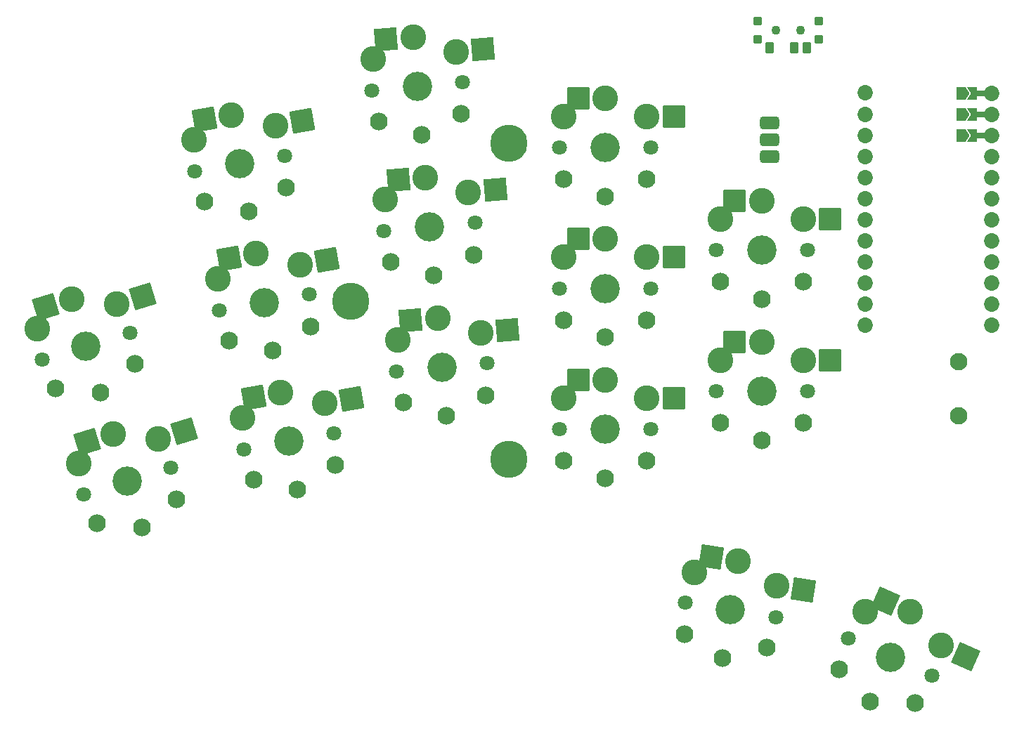
<source format=gbs>
%TF.GenerationSoftware,KiCad,Pcbnew,(6.0.4)*%
%TF.CreationDate,2022-05-21T21:28:03+02:00*%
%TF.ProjectId,battoota,62617474-6f6f-4746-912e-6b696361645f,v1.0.0*%
%TF.SameCoordinates,Original*%
%TF.FileFunction,Soldermask,Bot*%
%TF.FilePolarity,Negative*%
%FSLAX46Y46*%
G04 Gerber Fmt 4.6, Leading zero omitted, Abs format (unit mm)*
G04 Created by KiCad (PCBNEW (6.0.4)) date 2022-05-21 21:28:03*
%MOMM*%
%LPD*%
G01*
G04 APERTURE LIST*
G04 Aperture macros list*
%AMRoundRect*
0 Rectangle with rounded corners*
0 $1 Rounding radius*
0 $2 $3 $4 $5 $6 $7 $8 $9 X,Y pos of 4 corners*
0 Add a 4 corners polygon primitive as box body*
4,1,4,$2,$3,$4,$5,$6,$7,$8,$9,$2,$3,0*
0 Add four circle primitives for the rounded corners*
1,1,$1+$1,$2,$3*
1,1,$1+$1,$4,$5*
1,1,$1+$1,$6,$7*
1,1,$1+$1,$8,$9*
0 Add four rect primitives between the rounded corners*
20,1,$1+$1,$2,$3,$4,$5,0*
20,1,$1+$1,$4,$5,$6,$7,0*
20,1,$1+$1,$6,$7,$8,$9,0*
20,1,$1+$1,$8,$9,$2,$3,0*%
%AMFreePoly0*
4,1,16,0.685355,0.785355,0.700000,0.750000,0.691603,0.722265,0.210093,0.000000,0.691603,-0.722265,0.699029,-0.759806,0.677735,-0.791603,0.650000,-0.800000,-0.500000,-0.800000,-0.535355,-0.785355,-0.550000,-0.750000,-0.550000,0.750000,-0.535355,0.785355,-0.500000,0.800000,0.650000,0.800000,0.685355,0.785355,0.685355,0.785355,$1*%
%AMFreePoly1*
4,1,16,0.535355,0.785355,0.550000,0.750000,0.550000,-0.750000,0.535355,-0.785355,0.500000,-0.800000,-0.500000,-0.800000,-0.535355,-0.785355,-0.541603,-0.777735,-1.041603,-0.027735,-1.049029,0.009806,-1.041603,0.027735,-0.541603,0.777735,-0.509806,0.799029,-0.500000,0.800000,0.500000,0.800000,0.535355,0.785355,0.535355,0.785355,$1*%
G04 Aperture macros list end*
%ADD10C,2.100000*%
%ADD11C,3.100000*%
%ADD12C,1.801800*%
%ADD13C,3.529000*%
%ADD14RoundRect,0.050000X-1.054507X-1.505993X1.505993X-1.054507X1.054507X1.505993X-1.505993X1.054507X0*%
%ADD15C,2.132000*%
%ADD16RoundRect,0.050000X-1.181751X-1.408356X1.408356X-1.181751X1.181751X1.408356X-1.408356X1.181751X0*%
%ADD17RoundRect,0.050000X-1.300000X-1.300000X1.300000X-1.300000X1.300000X1.300000X-1.300000X1.300000X0*%
%ADD18RoundRect,0.425000X-0.750000X0.375000X-0.750000X-0.375000X0.750000X-0.375000X0.750000X0.375000X0*%
%ADD19RoundRect,0.050000X-1.716367X-0.658851X0.658851X-1.716367X1.716367X0.658851X-0.658851X1.716367X0*%
%ADD20RoundRect,0.050000X-0.863113X-1.623279X1.623279X-0.863113X0.863113X1.623279X-1.623279X0.863113X0*%
%ADD21RoundRect,0.050000X-0.450000X-0.450000X0.450000X-0.450000X0.450000X0.450000X-0.450000X0.450000X0*%
%ADD22C,1.100000*%
%ADD23RoundRect,0.050000X-0.450000X-0.625000X0.450000X-0.625000X0.450000X0.625000X-0.450000X0.625000X0*%
%ADD24RoundRect,0.050000X-1.487360X-1.080630X1.080630X-1.487360X1.487360X1.080630X-1.080630X1.487360X0*%
%ADD25C,1.852600*%
%ADD26FreePoly0,180.000000*%
%ADD27RoundRect,0.050000X-0.762000X0.250000X-0.762000X-0.250000X0.762000X-0.250000X0.762000X0.250000X0*%
%ADD28FreePoly1,180.000000*%
%ADD29C,4.500000*%
G04 APERTURE END LIST*
D10*
%TO.C,B1*%
X157969791Y80873254D03*
X157969791Y74373254D03*
%TD*%
D11*
%TO.C,S11*%
X75659968Y109306337D03*
X70353903Y110604673D03*
X70353903Y110604673D03*
D12*
X65970667Y103790002D03*
D11*
X65811891Y107569855D03*
D13*
X71387110Y104745067D03*
D12*
X76803553Y105700132D03*
D14*
X67128658Y110035975D03*
X78885213Y109875035D03*
%TD*%
D12*
%TO.C,S34*%
X154739291Y43001202D03*
D13*
X149714791Y45238254D03*
D12*
X144690291Y47475306D03*
D15*
X143601464Y43800464D03*
X152736919Y39733098D03*
X147315045Y39848336D03*
X147315045Y39848336D03*
%TD*%
D13*
%TO.C,S15*%
X94221643Y97114167D03*
D12*
X99700714Y97593524D03*
D11*
X98875782Y101285676D03*
X93703066Y103041525D03*
X93703066Y103041525D03*
X88913835Y100414118D03*
D12*
X88742572Y96634810D03*
D16*
X90440529Y102756090D03*
X102138320Y101571111D03*
%TD*%
D11*
%TO.C,S21*%
X115411087Y95636017D03*
D12*
X109911087Y89686017D03*
D11*
X115411087Y95636017D03*
X120411087Y93436017D03*
D12*
X120911087Y89686017D03*
D11*
X110411087Y93436017D03*
D13*
X115411087Y89686017D03*
D17*
X112136087Y95636017D03*
X123686087Y93436017D03*
%TD*%
D12*
%TO.C,S8*%
X71874705Y70306538D03*
X82707591Y72216668D03*
D13*
X77291148Y71261603D03*
D15*
X73026972Y66651093D03*
X82875050Y68387574D03*
X78315672Y65451237D03*
X78315672Y65451237D03*
%TD*%
D13*
%TO.C,S14*%
X95703291Y80178857D03*
D12*
X101182362Y80658214D03*
X90224220Y79699500D03*
D15*
X91053509Y75957538D03*
X101015456Y76829096D03*
X96217510Y74301308D03*
X96217510Y74301308D03*
%TD*%
D13*
%TO.C,S20*%
X115411087Y72686017D03*
D12*
X109911087Y72686017D03*
X120911087Y72686017D03*
D15*
X120411087Y68886017D03*
X110411087Y68886017D03*
X115411087Y66786017D03*
X115411087Y66786017D03*
%TD*%
D12*
%TO.C,S28*%
X128718280Y77278852D03*
X139718280Y77278852D03*
D13*
X134218280Y77278852D03*
D15*
X129218280Y73478852D03*
X139218280Y73478852D03*
X134218280Y71378852D03*
X134218280Y71378852D03*
%TD*%
D11*
%TO.C,S29*%
X134218280Y100228852D03*
X134218280Y100228852D03*
D12*
X139718280Y94278852D03*
D13*
X134218280Y94278852D03*
D11*
X139218280Y98028852D03*
X129218280Y98028852D03*
D12*
X128718280Y94278852D03*
D17*
X130943280Y100228852D03*
X142493280Y98028852D03*
%TD*%
D18*
%TO.C,PAD1*%
X135161176Y105614670D03*
X135161176Y107614670D03*
X135161176Y109614670D03*
%TD*%
D13*
%TO.C,S33*%
X149714791Y45238254D03*
D11*
X152134874Y50673849D03*
X146672326Y50697733D03*
D12*
X144690291Y47475306D03*
D11*
X152134874Y50673849D03*
X155807781Y46630366D03*
D12*
X154739291Y43001202D03*
D19*
X149143013Y52005912D03*
X158799642Y45298304D03*
%TD*%
D11*
%TO.C,S7*%
X71715929Y74086391D03*
X81564006Y75822873D03*
X76257941Y77121209D03*
D12*
X71874705Y70306538D03*
D11*
X76257941Y77121209D03*
D12*
X82707591Y72216668D03*
D13*
X77291148Y71261603D03*
D14*
X73032696Y76552511D03*
X84789251Y76391571D03*
%TD*%
D13*
%TO.C,S5*%
X52842259Y82729963D03*
D12*
X58101935Y84338007D03*
D11*
X51102647Y88419976D03*
X51102647Y88419976D03*
D12*
X47582583Y81121919D03*
D11*
X46964341Y84854247D03*
X56527389Y87777964D03*
D20*
X47970749Y87462459D03*
X59659287Y88735482D03*
%TD*%
D11*
%TO.C,S27*%
X129218280Y81028852D03*
D12*
X139718280Y77278852D03*
D13*
X134218280Y77278852D03*
D11*
X139218280Y81028852D03*
X134218280Y83228852D03*
X134218280Y83228852D03*
D12*
X128718280Y77278852D03*
D17*
X130943280Y83228852D03*
X142493280Y81028852D03*
%TD*%
D11*
%TO.C,S9*%
X68763910Y90828123D03*
D13*
X74339129Y88003335D03*
D11*
X73305922Y93862941D03*
X78611987Y92564605D03*
D12*
X68922686Y87048270D03*
D11*
X73305922Y93862941D03*
D12*
X79755572Y88958400D03*
D14*
X70080677Y93294243D03*
X81837232Y93133303D03*
%TD*%
D12*
%TO.C,S16*%
X99700714Y97593524D03*
D13*
X94221643Y97114167D03*
D12*
X88742572Y96634810D03*
D15*
X99533808Y93764406D03*
X89571861Y92892848D03*
X94735862Y91236618D03*
X94735862Y91236618D03*
%TD*%
D12*
%TO.C,S30*%
X139718280Y94278852D03*
X128718280Y94278852D03*
D13*
X134218280Y94278852D03*
D15*
X139218280Y90478852D03*
X129218280Y90478852D03*
X134218280Y88378852D03*
X134218280Y88378852D03*
%TD*%
D12*
%TO.C,S13*%
X90224220Y79699500D03*
X101182362Y80658214D03*
D13*
X95703291Y80178857D03*
D11*
X95184714Y86106215D03*
X100357430Y84350366D03*
X95184714Y86106215D03*
X90395483Y83478808D03*
D16*
X91922177Y85820780D03*
X103619968Y84635801D03*
%TD*%
D12*
%TO.C,S24*%
X109911087Y106686017D03*
X120911087Y106686017D03*
D13*
X115411087Y106686017D03*
D15*
X110411087Y102886017D03*
X120411087Y102886017D03*
X115411087Y100786017D03*
X115411087Y100786017D03*
%TD*%
D12*
%TO.C,S17*%
X87260925Y113570120D03*
D13*
X92739996Y114049477D03*
D12*
X98219067Y114528834D03*
D11*
X87432188Y117349428D03*
X97394135Y118220986D03*
X92221419Y119976835D03*
X92221419Y119976835D03*
D16*
X88958882Y119691400D03*
X100656673Y118506421D03*
%TD*%
D12*
%TO.C,S4*%
X52552902Y64864738D03*
X63072254Y68080826D03*
D13*
X57812578Y66472782D03*
D15*
X54142067Y61376965D03*
X63705114Y64300682D03*
X59537571Y60830584D03*
X59537571Y60830584D03*
%TD*%
D12*
%TO.C,S10*%
X79755572Y88958400D03*
X68922686Y87048270D03*
D13*
X74339129Y88003335D03*
D15*
X70074953Y83392825D03*
X79923031Y85129306D03*
X75363653Y82192969D03*
X75363653Y82192969D03*
%TD*%
D12*
%TO.C,S22*%
X109911087Y89686017D03*
X120911087Y89686017D03*
D13*
X115411087Y89686017D03*
D15*
X110411087Y85886017D03*
X120411087Y85886017D03*
X115411087Y83786017D03*
X115411087Y83786017D03*
%TD*%
D21*
%TO.C,T2*%
X141119791Y121903254D03*
X133719791Y121903254D03*
X141119791Y119703254D03*
X133719791Y119703254D03*
D22*
X135919791Y120803254D03*
X138919791Y120803254D03*
D23*
X135169791Y118728254D03*
X138169791Y118728254D03*
X139669791Y118728254D03*
%TD*%
D13*
%TO.C,S31*%
X130476118Y50937009D03*
D12*
X125043832Y51797399D03*
D11*
X131406903Y56813755D03*
X136001189Y53858668D03*
X131406903Y56813755D03*
X126124306Y55423013D03*
D12*
X135908404Y50076619D03*
D24*
X128172224Y57326077D03*
X139235868Y53346345D03*
%TD*%
D25*
%TO.C,MCU1*%
X161977213Y110643254D03*
D26*
X159643690Y110643254D03*
D25*
X161977213Y108103254D03*
D27*
X160593690Y113183254D03*
D25*
X146737213Y108103254D03*
D27*
X160593690Y110643254D03*
X160593690Y108103254D03*
D26*
X159643690Y108103254D03*
X159643690Y113183254D03*
D25*
X146737213Y113267000D03*
X161977213Y113183254D03*
X146737213Y110643254D03*
D28*
X158193690Y113183254D03*
X158193690Y110643254D03*
X158193690Y108103254D03*
D25*
X146737213Y105563254D03*
X146737213Y103023254D03*
X146737213Y100483254D03*
X146737213Y97943254D03*
X146737213Y95403254D03*
X146737213Y92863254D03*
X146737213Y90323254D03*
X146737213Y87783254D03*
X146737213Y85243254D03*
X161977213Y105563254D03*
X161977213Y103023254D03*
X161977213Y100483254D03*
X161977213Y97943254D03*
X161977213Y95403254D03*
X161977213Y92863254D03*
X161977213Y90323254D03*
X161977213Y87783254D03*
X161977213Y85243254D03*
%TD*%
D12*
%TO.C,S3*%
X52552902Y64864738D03*
D11*
X51934660Y68597066D03*
D13*
X57812578Y66472782D03*
D11*
X61497708Y71520783D03*
X56072966Y72162795D03*
X56072966Y72162795D03*
D12*
X63072254Y68080826D03*
D20*
X52941068Y71205278D03*
X64629606Y72478301D03*
%TD*%
D12*
%TO.C,S32*%
X135908404Y50076619D03*
D13*
X130476118Y50937009D03*
D12*
X125043832Y51797399D03*
D15*
X134820109Y46401621D03*
X124943225Y47965966D03*
X129553155Y45109648D03*
X129553155Y45109648D03*
%TD*%
D29*
%TO.C,REF\u002A\u002A*%
X84747220Y88141427D03*
X103797220Y69091427D03*
X103797220Y107191427D03*
%TD*%
D13*
%TO.C,S12*%
X71387110Y104745067D03*
D12*
X65970667Y103790002D03*
X76803553Y105700132D03*
D15*
X76971012Y101871038D03*
X67122934Y100134557D03*
X72411634Y98934701D03*
X72411634Y98934701D03*
%TD*%
D13*
%TO.C,S23*%
X115411087Y106686017D03*
D12*
X120911087Y106686017D03*
D11*
X115411087Y112636017D03*
X115411087Y112636017D03*
X110411087Y110436017D03*
X120411087Y110436017D03*
D12*
X109911087Y106686017D03*
D17*
X112136087Y112636017D03*
X123686087Y110436017D03*
%TD*%
D12*
%TO.C,S6*%
X47582583Y81121919D03*
X58101935Y84338007D03*
D13*
X52842259Y82729963D03*
D15*
X49171748Y77634146D03*
X58734795Y80557863D03*
X54567252Y77087765D03*
X54567252Y77087765D03*
%TD*%
D13*
%TO.C,S19*%
X115411087Y72686017D03*
D11*
X115411087Y78636017D03*
X110411087Y76436017D03*
D12*
X120911087Y72686017D03*
X109911087Y72686017D03*
D11*
X120411087Y76436017D03*
X115411087Y78636017D03*
D17*
X112136087Y78636017D03*
X123686087Y76436017D03*
%TD*%
D12*
%TO.C,S18*%
X98219067Y114528834D03*
D13*
X92739996Y114049477D03*
D12*
X87260925Y113570120D03*
D15*
X88090214Y109828158D03*
X98052161Y110699716D03*
X93254215Y108171928D03*
X93254215Y108171928D03*
%TD*%
M02*

</source>
